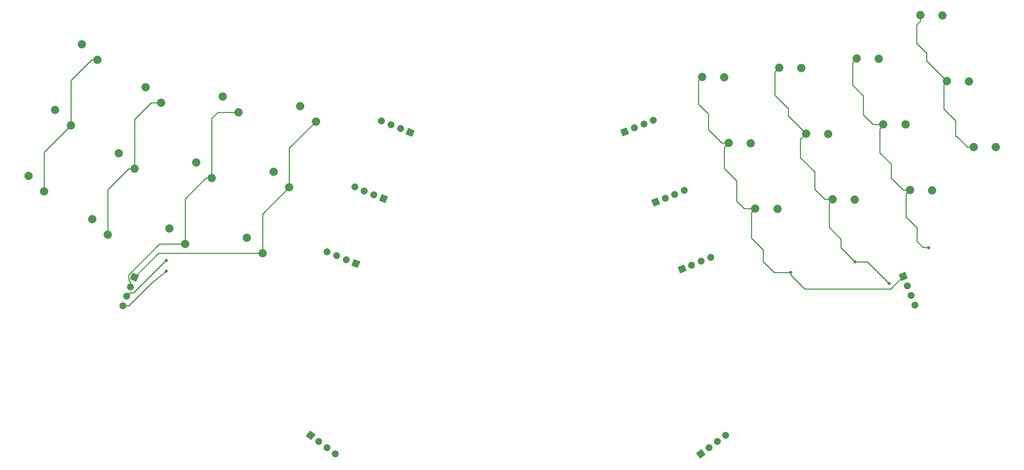
<source format=gbr>
G04 #@! TF.GenerationSoftware,KiCad,Pcbnew,(5.1.4)-1*
G04 #@! TF.CreationDate,2022-11-04T00:26:33-04:00*
G04 #@! TF.ProjectId,ThumbsUp,5468756d-6273-4557-902e-6b696361645f,rev?*
G04 #@! TF.SameCoordinates,Original*
G04 #@! TF.FileFunction,Copper,L1,Top*
G04 #@! TF.FilePolarity,Positive*
%FSLAX46Y46*%
G04 Gerber Fmt 4.6, Leading zero omitted, Abs format (unit mm)*
G04 Created by KiCad (PCBNEW (5.1.4)-1) date 2022-11-04 00:26:33*
%MOMM*%
%LPD*%
G04 APERTURE LIST*
%ADD10C,1.700000*%
%ADD11C,0.100000*%
%ADD12C,1.700000*%
%ADD13C,2.032000*%
%ADD14C,0.800000*%
%ADD15C,0.250000*%
G04 APERTURE END LIST*
D10*
X185450000Y-317850000D03*
D11*
G36*
X186556522Y-318319691D02*
G01*
X184980309Y-318956522D01*
X184343478Y-317380309D01*
X185919691Y-316743478D01*
X186556522Y-318319691D01*
X186556522Y-318319691D01*
G37*
D10*
X187805047Y-316898499D03*
D12*
X187805047Y-316898499D02*
X187805047Y-316898499D01*
D10*
X190160094Y-315946999D03*
D12*
X190160094Y-315946999D02*
X190160094Y-315946999D01*
D10*
X192515141Y-314995498D03*
D12*
X192515141Y-314995498D02*
X192515141Y-314995498D01*
D10*
X242724118Y-326737982D03*
D12*
X242724118Y-326737982D02*
X242724118Y-326737982D01*
D10*
X241772617Y-324382935D03*
D12*
X241772617Y-324382935D02*
X241772617Y-324382935D01*
D10*
X240821117Y-322027888D03*
D12*
X240821117Y-322027888D02*
X240821117Y-322027888D01*
D10*
X239869616Y-319672841D03*
D11*
G36*
X239399925Y-320779363D02*
G01*
X238763094Y-319203150D01*
X240339307Y-318566319D01*
X240976138Y-320142532D01*
X239399925Y-320779363D01*
X239399925Y-320779363D01*
G37*
D10*
X178400721Y-281197898D03*
D12*
X178400721Y-281197898D02*
X178400721Y-281197898D01*
D10*
X176045674Y-282149399D03*
D12*
X176045674Y-282149399D02*
X176045674Y-282149399D01*
D10*
X173690627Y-283100899D03*
D12*
X173690627Y-283100899D02*
X173690627Y-283100899D01*
D10*
X171335580Y-284052400D03*
D11*
G36*
X172442102Y-284522091D02*
G01*
X170865889Y-285158922D01*
X170229058Y-283582709D01*
X171805271Y-282945878D01*
X172442102Y-284522091D01*
X172442102Y-284522091D01*
G37*
D10*
X186015141Y-298495498D03*
D12*
X186015141Y-298495498D02*
X186015141Y-298495498D01*
D10*
X183660094Y-299446999D03*
D12*
X183660094Y-299446999D02*
X183660094Y-299446999D01*
D10*
X181305047Y-300398499D03*
D12*
X181305047Y-300398499D02*
X181305047Y-300398499D01*
D10*
X178950000Y-301350000D03*
D11*
G36*
X180056522Y-301819691D02*
G01*
X178480309Y-302456522D01*
X177843478Y-300880309D01*
X179419691Y-300243478D01*
X180056522Y-301819691D01*
X180056522Y-301819691D01*
G37*
D10*
X98120102Y-313645498D03*
D12*
X98120102Y-313645498D02*
X98120102Y-313645498D01*
D10*
X100475149Y-314596999D03*
D12*
X100475149Y-314596999D02*
X100475149Y-314596999D01*
D10*
X102830196Y-315548499D03*
D12*
X102830196Y-315548499D02*
X102830196Y-315548499D01*
D10*
X105185243Y-316500000D03*
D11*
G36*
X104715552Y-315393478D02*
G01*
X106291765Y-316030309D01*
X105654934Y-317606522D01*
X104078721Y-316969691D01*
X104715552Y-315393478D01*
X104715552Y-315393478D01*
G37*
D10*
X112000000Y-300500000D03*
D11*
G36*
X111530309Y-299393478D02*
G01*
X113106522Y-300030309D01*
X112469691Y-301606522D01*
X110893478Y-300969691D01*
X111530309Y-299393478D01*
X111530309Y-299393478D01*
G37*
D10*
X109644953Y-299548499D03*
D12*
X109644953Y-299548499D02*
X109644953Y-299548499D01*
D10*
X107289906Y-298596999D03*
D12*
X107289906Y-298596999D02*
X107289906Y-298596999D01*
D10*
X104934859Y-297645498D03*
D12*
X104934859Y-297645498D02*
X104934859Y-297645498D01*
D10*
X111492437Y-281339332D03*
D12*
X111492437Y-281339332D02*
X111492437Y-281339332D01*
D10*
X113847484Y-282290833D03*
D12*
X113847484Y-282290833D02*
X113847484Y-282290833D01*
D10*
X116202531Y-283242333D03*
D12*
X116202531Y-283242333D02*
X116202531Y-283242333D01*
D10*
X118557578Y-284193834D03*
D11*
G36*
X118087887Y-283087312D02*
G01*
X119664100Y-283724143D01*
X119027269Y-285300356D01*
X117451056Y-284663525D01*
X118087887Y-283087312D01*
X118087887Y-283087312D01*
G37*
D10*
X47881938Y-326930168D03*
D12*
X47881938Y-326930168D02*
X47881938Y-326930168D01*
D10*
X48833439Y-324575121D03*
D12*
X48833439Y-324575121D02*
X48833439Y-324575121D01*
D10*
X49784939Y-322220074D03*
D12*
X49784939Y-322220074D02*
X49784939Y-322220074D01*
D10*
X50736440Y-319865027D03*
D11*
G36*
X49629918Y-320334718D02*
G01*
X50266749Y-318758505D01*
X51842962Y-319395336D01*
X51206131Y-320971549D01*
X49629918Y-320334718D01*
X49629918Y-320334718D01*
G37*
D13*
X257177352Y-287765909D03*
X262599945Y-287839962D03*
X250621736Y-271540192D03*
X256044329Y-271614245D03*
X244066121Y-255314474D03*
X249488714Y-255388527D03*
X241522877Y-298404867D03*
X246945470Y-298478920D03*
X234967262Y-282179149D03*
X240389855Y-282253202D03*
X228411646Y-265953432D03*
X233834239Y-266027485D03*
X222496943Y-300699169D03*
X227919536Y-300773222D03*
X215941327Y-284473452D03*
X221363920Y-284547505D03*
X209385712Y-268247735D03*
X214808305Y-268321788D03*
X203471008Y-302993472D03*
X208893601Y-303067525D03*
X196915393Y-286767755D03*
X202337986Y-286841808D03*
X190359778Y-270542037D03*
X195782371Y-270616090D03*
X82243606Y-313957668D03*
X78394361Y-310137549D03*
X88799221Y-297731951D03*
X84949976Y-293911832D03*
X95354837Y-281506233D03*
X91505592Y-277686114D03*
X63217672Y-311663366D03*
X59368427Y-307843247D03*
X69773287Y-295437648D03*
X65924042Y-291617529D03*
X76328902Y-279211931D03*
X72479657Y-275391812D03*
X44191737Y-309369063D03*
X40342492Y-305548944D03*
X50747353Y-293143345D03*
X46898108Y-289323226D03*
X57302968Y-276917628D03*
X53453723Y-273097509D03*
X28537262Y-298730105D03*
X24688017Y-294909986D03*
X35092878Y-282504388D03*
X31243633Y-278684269D03*
X41648493Y-266278671D03*
X37799248Y-262458552D03*
D10*
X94083952Y-358862971D03*
D11*
G36*
X94251249Y-360053354D02*
G01*
X92893569Y-359030268D01*
X93916655Y-357672588D01*
X95274335Y-358695674D01*
X94251249Y-360053354D01*
X94251249Y-360053354D01*
G37*
D10*
X96112486Y-360391581D03*
D12*
X96112486Y-360391581D02*
X96112486Y-360391581D01*
D10*
X98141020Y-361920191D03*
D12*
X98141020Y-361920191D02*
X98141020Y-361920191D01*
D10*
X100169555Y-363448801D03*
D12*
X100169555Y-363448801D02*
X100169555Y-363448801D01*
D10*
X190058136Y-363387914D03*
D11*
G36*
X191248519Y-363555211D02*
G01*
X189890839Y-364578297D01*
X188867753Y-363220617D01*
X190225433Y-362197531D01*
X191248519Y-363555211D01*
X191248519Y-363555211D01*
G37*
D10*
X192086670Y-361859304D03*
D12*
X192086670Y-361859304D02*
X192086670Y-361859304D01*
D10*
X194115204Y-360330694D03*
D12*
X194115204Y-360330694D02*
X194115204Y-360330694D01*
D10*
X196143739Y-358802084D03*
D12*
X196143739Y-358802084D02*
X196143739Y-358802084D01*
D14*
X58600000Y-318400000D03*
X58550000Y-315700000D03*
X246100000Y-312650000D03*
X246100000Y-312650000D03*
X228000000Y-316100000D03*
X236374546Y-321422235D03*
X212150000Y-318700000D03*
X212150000Y-318700000D03*
D15*
X28537262Y-289060004D02*
X28537262Y-298730105D01*
X35092878Y-282504388D02*
X28537262Y-289060004D01*
X35092878Y-281067548D02*
X35092878Y-282504388D01*
X35092878Y-271397446D02*
X35092878Y-281067548D01*
X40211653Y-266278671D02*
X35092878Y-271397446D01*
X41648493Y-266278671D02*
X40211653Y-266278671D01*
X58600000Y-318400000D02*
X54862341Y-321387659D01*
X54862341Y-321387659D02*
X49319832Y-326930168D01*
X49319832Y-326930168D02*
X47881938Y-326930168D01*
X50747353Y-291706505D02*
X50747353Y-293143345D01*
X50747353Y-280982958D02*
X50747353Y-291706505D01*
X54812683Y-276917628D02*
X50747353Y-280982958D01*
X57302968Y-276917628D02*
X54812683Y-276917628D01*
X44191737Y-307932223D02*
X44191737Y-309369063D01*
X44191737Y-298262121D02*
X44191737Y-307932223D01*
X49310513Y-293143345D02*
X44191737Y-298262121D01*
X50747353Y-293143345D02*
X49310513Y-293143345D01*
X49683438Y-323725122D02*
X50524878Y-323725122D01*
X50524878Y-323725122D02*
X58150001Y-316099999D01*
X48833439Y-324575121D02*
X49683438Y-323725122D01*
X58150001Y-316099999D02*
X58550000Y-315700000D01*
X76328902Y-279211931D02*
X71288069Y-279211931D01*
X69773287Y-280726713D02*
X69773287Y-295437648D01*
X71288069Y-279211931D02*
X69773287Y-280726713D01*
X63217672Y-310226526D02*
X63217672Y-311663366D01*
X63217672Y-300556423D02*
X63217672Y-310226526D01*
X68336447Y-295437648D02*
X63217672Y-300556423D01*
X69773287Y-295437648D02*
X68336447Y-295437648D01*
X61780832Y-311663366D02*
X63217672Y-311663366D01*
X56902253Y-311663366D02*
X61780832Y-311663366D01*
X49304908Y-319260711D02*
X56902253Y-311663366D01*
X49304908Y-320537962D02*
X49304908Y-319260711D01*
X49784939Y-321017993D02*
X49304908Y-320537962D01*
X49784939Y-322220074D02*
X49784939Y-321017993D01*
X88799221Y-288061849D02*
X88799221Y-297731951D01*
X95354837Y-281506233D02*
X88799221Y-288061849D01*
X88799221Y-297731951D02*
X82150000Y-304381172D01*
X82243606Y-304474778D02*
X82243606Y-313957668D01*
X82150000Y-304381172D02*
X82243606Y-304474778D01*
X56643799Y-313957668D02*
X82243606Y-313957668D01*
X50736440Y-319865027D02*
X56643799Y-313957668D01*
X255615909Y-287765909D02*
X257177352Y-287765909D01*
X249800000Y-272361928D02*
X249800000Y-278400000D01*
X250621736Y-271540192D02*
X249800000Y-272361928D01*
X249800000Y-278400000D02*
X252700000Y-281300000D01*
X252700000Y-281300000D02*
X252700000Y-285300000D01*
X252700000Y-285300000D02*
X253150000Y-285300000D01*
X253150000Y-285300000D02*
X255615909Y-287765909D01*
X244066121Y-256751314D02*
X244066121Y-255314474D01*
X243100000Y-257717435D02*
X244066121Y-256751314D01*
X243100000Y-262200000D02*
X243100000Y-257717435D01*
X245600000Y-264700000D02*
X243100000Y-262200000D01*
X250621736Y-271540192D02*
X245600000Y-266518456D01*
X245600000Y-266518456D02*
X245600000Y-264700000D01*
X246000000Y-312550000D02*
X246100000Y-312650000D01*
X240506878Y-299420866D02*
X240506878Y-304956878D01*
X241522877Y-298404867D02*
X240506878Y-299420866D01*
X243250000Y-307700000D02*
X243250000Y-311050000D01*
X240506878Y-304956878D02*
X243250000Y-307700000D01*
X243250000Y-311050000D02*
X244750000Y-312550000D01*
X244750000Y-312550000D02*
X246000000Y-312550000D01*
X234967262Y-282482738D02*
X234967262Y-282179149D01*
X239854867Y-298404867D02*
X236850000Y-295400000D01*
X241522877Y-298404867D02*
X239854867Y-298404867D01*
X236850000Y-295400000D02*
X236850000Y-291950000D01*
X236850000Y-291950000D02*
X234100000Y-289200000D01*
X234100000Y-289200000D02*
X234100000Y-283350000D01*
X234100000Y-283350000D02*
X234967262Y-282482738D01*
X232379149Y-282179149D02*
X234967262Y-282179149D01*
X230050000Y-279850000D02*
X232379149Y-282179149D01*
X230050000Y-275150000D02*
X230050000Y-279850000D01*
X227395647Y-272495647D02*
X230050000Y-275150000D01*
X228411646Y-265953432D02*
X227395647Y-266969431D01*
X227395647Y-266969431D02*
X227395647Y-272495647D01*
X228000000Y-316100000D02*
X231052311Y-316100000D01*
X231052311Y-316100000D02*
X235974547Y-321022236D01*
X235974547Y-321022236D02*
X236374546Y-321422235D01*
X224550000Y-312650000D02*
X228000000Y-316100000D01*
X224550000Y-310500000D02*
X224550000Y-312650000D01*
X221600000Y-307550000D02*
X224550000Y-310500000D01*
X222496943Y-300699169D02*
X221600000Y-301596112D01*
X221600000Y-301596112D02*
X221600000Y-307550000D01*
X220549169Y-300699169D02*
X222496943Y-300699169D01*
X218050000Y-298200000D02*
X220549169Y-300699169D01*
X218050000Y-293900000D02*
X218050000Y-298200000D01*
X214550000Y-290400000D02*
X218050000Y-293900000D01*
X215941327Y-284473452D02*
X214550000Y-285864779D01*
X214550000Y-285864779D02*
X214550000Y-290400000D01*
X211550000Y-280082125D02*
X215941327Y-284473452D01*
X211550000Y-278350000D02*
X211550000Y-280082125D01*
X208250000Y-275050000D02*
X211550000Y-278350000D01*
X209385712Y-268247735D02*
X208250000Y-269383447D01*
X208250000Y-269383447D02*
X208250000Y-275050000D01*
X212150000Y-319265685D02*
X215634315Y-322750000D01*
X212150000Y-318700000D02*
X212150000Y-319265685D01*
X236792457Y-322750000D02*
X239869616Y-319672841D01*
X215634315Y-322750000D02*
X236792457Y-322750000D01*
X208100000Y-318700000D02*
X212150000Y-318700000D01*
X205400000Y-315999999D02*
X208100000Y-318700000D01*
X205400000Y-313150000D02*
X205400000Y-315999999D01*
X202500000Y-310250000D02*
X205400000Y-313150000D01*
X203471008Y-302993472D02*
X202500000Y-303964480D01*
X202500000Y-303964480D02*
X202500000Y-310250000D01*
X200743472Y-302993472D02*
X203471008Y-302993472D01*
X198850000Y-301100000D02*
X200743472Y-302993472D01*
X198850000Y-296100000D02*
X198850000Y-301100000D01*
X195800000Y-293050000D02*
X198850000Y-296100000D01*
X196915393Y-286767755D02*
X195800000Y-287883148D01*
X195800000Y-287883148D02*
X195800000Y-293050000D01*
X189500000Y-271401815D02*
X190359778Y-270542037D01*
X189500000Y-277250000D02*
X189500000Y-271401815D01*
X191950000Y-279700000D02*
X189500000Y-277250000D01*
X191950000Y-283500000D02*
X191950000Y-279700000D01*
X196915393Y-286767755D02*
X195217755Y-286767755D01*
X195217755Y-286767755D02*
X191950000Y-283500000D01*
M02*

</source>
